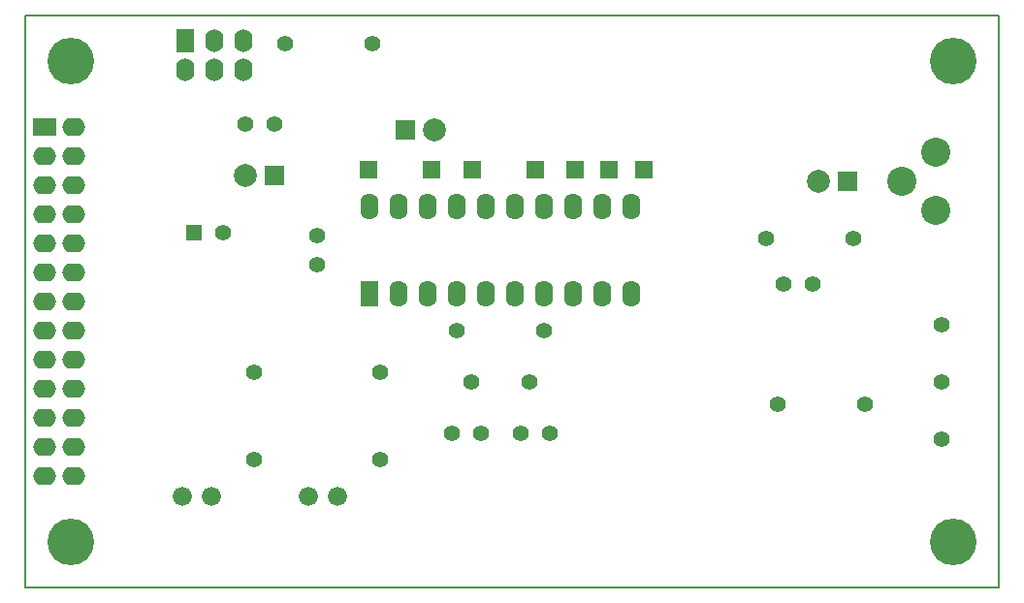
<source format=gtl>
G04 (created by PCBNEW (2013-mar-13)-testing) date dom 25 ago 2013 18:51:32 ART*
%MOIN*%
G04 Gerber Fmt 3.4, Leading zero omitted, Abs format*
%FSLAX34Y34*%
G01*
G70*
G90*
G04 APERTURE LIST*
%ADD10C,0.003937*%
%ADD11C,0.005906*%
%ADD12C,0.160000*%
%ADD13C,0.100000*%
%ADD14C,0.055000*%
%ADD15O,0.062992X0.078740*%
%ADD16R,0.062992X0.078740*%
%ADD17C,0.066000*%
%ADD18R,0.070866X0.070866*%
%ADD19C,0.078740*%
%ADD20R,0.060000X0.060000*%
%ADD21R,0.062000X0.090000*%
%ADD22O,0.062000X0.090000*%
%ADD23C,0.056000*%
%ADD24R,0.055000X0.055000*%
%ADD25R,0.078740X0.062992*%
%ADD26O,0.078740X0.062992*%
G04 APERTURE END LIST*
G54D10*
G54D11*
X31496Y-40944D02*
X31496Y-60629D01*
X64960Y-40944D02*
X31496Y-40944D01*
X64960Y-60629D02*
X64960Y-40944D01*
X31496Y-60629D02*
X64960Y-60629D01*
G54D12*
X63385Y-42519D03*
G54D13*
X61614Y-46653D03*
X62795Y-45669D03*
X62795Y-47637D03*
G54D14*
X58570Y-50196D03*
X57570Y-50196D03*
X49515Y-55314D03*
X48515Y-55314D03*
X41535Y-49515D03*
X41535Y-48515D03*
X40066Y-44685D03*
X39066Y-44685D03*
X62990Y-55521D03*
X62990Y-53553D03*
X62990Y-51584D03*
X62992Y-51582D03*
X62992Y-53543D03*
X62996Y-55523D03*
G54D15*
X36992Y-42822D03*
G54D16*
X36992Y-41822D03*
G54D15*
X37992Y-42822D03*
X37992Y-41822D03*
X38992Y-42822D03*
X38992Y-41822D03*
G54D17*
X41232Y-57480D03*
X42232Y-57480D03*
X36901Y-57480D03*
X37901Y-57480D03*
G54D18*
X59751Y-46653D03*
G54D19*
X58751Y-46653D03*
G54D18*
X44578Y-44881D03*
G54D19*
X45578Y-44881D03*
G54D18*
X40066Y-46456D03*
G54D19*
X39066Y-46456D03*
G54D14*
X56964Y-48622D03*
X59964Y-48622D03*
X43700Y-53224D03*
X43700Y-56224D03*
X57358Y-54330D03*
X60358Y-54330D03*
X39370Y-53224D03*
X39370Y-56224D03*
X49334Y-51771D03*
X46334Y-51771D03*
X40429Y-41929D03*
X43429Y-41929D03*
G54D20*
X50393Y-46259D03*
X43307Y-46259D03*
X51574Y-46259D03*
X46850Y-46259D03*
X52755Y-46259D03*
X45472Y-46259D03*
X49015Y-46259D03*
G54D21*
X43334Y-50515D03*
G54D22*
X44334Y-50515D03*
X45334Y-50515D03*
X46334Y-50515D03*
X47334Y-50515D03*
X48334Y-50515D03*
X49334Y-50515D03*
X50334Y-50515D03*
X51334Y-50515D03*
X52334Y-50515D03*
X52334Y-47515D03*
X51334Y-47515D03*
X50334Y-47515D03*
X49334Y-47515D03*
X48334Y-47515D03*
X47334Y-47515D03*
X46334Y-47515D03*
X45334Y-47515D03*
X44334Y-47515D03*
X43334Y-47515D03*
G54D23*
X48834Y-53543D03*
X46834Y-53543D03*
G54D14*
X46153Y-55314D03*
X47153Y-55314D03*
G54D24*
X37295Y-48425D03*
G54D14*
X38295Y-48425D03*
G54D25*
X32177Y-44787D03*
G54D26*
X33177Y-44787D03*
X32177Y-45787D03*
X33177Y-45787D03*
X32177Y-46787D03*
X33177Y-46787D03*
X32177Y-47787D03*
X33177Y-47787D03*
X32177Y-48787D03*
X33177Y-48787D03*
X32177Y-49787D03*
X33177Y-49787D03*
X32177Y-50787D03*
X33177Y-50787D03*
X32177Y-51787D03*
X33177Y-51787D03*
X32177Y-52787D03*
X33177Y-52787D03*
X32177Y-53787D03*
X33177Y-53787D03*
X32177Y-54787D03*
X33177Y-54787D03*
X32177Y-55787D03*
X33177Y-55787D03*
X32177Y-56787D03*
X33177Y-56787D03*
G54D12*
X33070Y-59055D03*
X33070Y-42519D03*
X63385Y-59055D03*
M02*

</source>
